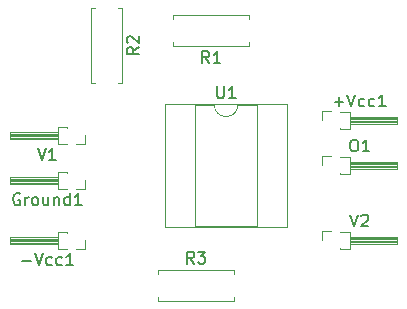
<source format=gbr>
G04 #@! TF.FileFunction,Legend,Top*
%FSLAX46Y46*%
G04 Gerber Fmt 4.6, Leading zero omitted, Abs format (unit mm)*
G04 Created by KiCad (PCBNEW 4.0.7) date 01/29/19 23:06:21*
%MOMM*%
%LPD*%
G01*
G04 APERTURE LIST*
%ADD10C,0.100000*%
%ADD11C,0.120000*%
%ADD12C,0.150000*%
G04 APERTURE END LIST*
D10*
D11*
X140460000Y-75505000D02*
X141260000Y-75505000D01*
X141260000Y-75505000D02*
X141260000Y-76895000D01*
X141260000Y-76895000D02*
X140460000Y-76895000D01*
X140460000Y-76895000D02*
X140460000Y-76819677D01*
X141260000Y-75940000D02*
X145260000Y-75940000D01*
X145260000Y-75940000D02*
X145260000Y-76460000D01*
X145260000Y-76460000D02*
X141260000Y-76460000D01*
X141260000Y-76000000D02*
X145260000Y-76000000D01*
X141260000Y-76120000D02*
X145260000Y-76120000D01*
X141260000Y-76240000D02*
X145260000Y-76240000D01*
X141260000Y-76360000D02*
X145260000Y-76360000D01*
X138940000Y-76200000D02*
X138940000Y-75440000D01*
X138940000Y-75440000D02*
X139700000Y-75440000D01*
X117350000Y-87055000D02*
X116550000Y-87055000D01*
X116550000Y-87055000D02*
X116550000Y-85665000D01*
X116550000Y-85665000D02*
X117350000Y-85665000D01*
X117350000Y-85665000D02*
X117350000Y-85740323D01*
X116550000Y-86620000D02*
X112550000Y-86620000D01*
X112550000Y-86620000D02*
X112550000Y-86100000D01*
X112550000Y-86100000D02*
X116550000Y-86100000D01*
X116550000Y-86560000D02*
X112550000Y-86560000D01*
X116550000Y-86440000D02*
X112550000Y-86440000D01*
X116550000Y-86320000D02*
X112550000Y-86320000D01*
X116550000Y-86200000D02*
X112550000Y-86200000D01*
X118870000Y-86360000D02*
X118870000Y-87120000D01*
X118870000Y-87120000D02*
X118110000Y-87120000D01*
X117350000Y-81975000D02*
X116550000Y-81975000D01*
X116550000Y-81975000D02*
X116550000Y-80585000D01*
X116550000Y-80585000D02*
X117350000Y-80585000D01*
X117350000Y-80585000D02*
X117350000Y-80660323D01*
X116550000Y-81540000D02*
X112550000Y-81540000D01*
X112550000Y-81540000D02*
X112550000Y-81020000D01*
X112550000Y-81020000D02*
X116550000Y-81020000D01*
X116550000Y-81480000D02*
X112550000Y-81480000D01*
X116550000Y-81360000D02*
X112550000Y-81360000D01*
X116550000Y-81240000D02*
X112550000Y-81240000D01*
X116550000Y-81120000D02*
X112550000Y-81120000D01*
X118870000Y-81280000D02*
X118870000Y-82040000D01*
X118870000Y-82040000D02*
X118110000Y-82040000D01*
X140460000Y-79315000D02*
X141260000Y-79315000D01*
X141260000Y-79315000D02*
X141260000Y-80705000D01*
X141260000Y-80705000D02*
X140460000Y-80705000D01*
X140460000Y-80705000D02*
X140460000Y-80629677D01*
X141260000Y-79750000D02*
X145260000Y-79750000D01*
X145260000Y-79750000D02*
X145260000Y-80270000D01*
X145260000Y-80270000D02*
X141260000Y-80270000D01*
X141260000Y-79810000D02*
X145260000Y-79810000D01*
X141260000Y-79930000D02*
X145260000Y-79930000D01*
X141260000Y-80050000D02*
X145260000Y-80050000D01*
X141260000Y-80170000D02*
X145260000Y-80170000D01*
X138940000Y-80010000D02*
X138940000Y-79250000D01*
X138940000Y-79250000D02*
X139700000Y-79250000D01*
X132750000Y-69560000D02*
X132750000Y-69890000D01*
X132750000Y-69890000D02*
X126330000Y-69890000D01*
X126330000Y-69890000D02*
X126330000Y-69560000D01*
X132750000Y-67600000D02*
X132750000Y-67270000D01*
X132750000Y-67270000D02*
X126330000Y-67270000D01*
X126330000Y-67270000D02*
X126330000Y-67600000D01*
X121630000Y-66640000D02*
X121960000Y-66640000D01*
X121960000Y-66640000D02*
X121960000Y-73060000D01*
X121960000Y-73060000D02*
X121630000Y-73060000D01*
X119670000Y-66640000D02*
X119340000Y-66640000D01*
X119340000Y-66640000D02*
X119340000Y-73060000D01*
X119340000Y-73060000D02*
X119670000Y-73060000D01*
X125060000Y-89190000D02*
X125060000Y-88860000D01*
X125060000Y-88860000D02*
X131480000Y-88860000D01*
X131480000Y-88860000D02*
X131480000Y-89190000D01*
X125060000Y-91150000D02*
X125060000Y-91480000D01*
X125060000Y-91480000D02*
X131480000Y-91480000D01*
X131480000Y-91480000D02*
X131480000Y-91150000D01*
X131810000Y-74870000D02*
G75*
G02X129810000Y-74870000I-1000000J0D01*
G01*
X129810000Y-74870000D02*
X128160000Y-74870000D01*
X128160000Y-74870000D02*
X128160000Y-85150000D01*
X128160000Y-85150000D02*
X133460000Y-85150000D01*
X133460000Y-85150000D02*
X133460000Y-74870000D01*
X133460000Y-74870000D02*
X131810000Y-74870000D01*
X125670000Y-74810000D02*
X125670000Y-85210000D01*
X125670000Y-85210000D02*
X135950000Y-85210000D01*
X135950000Y-85210000D02*
X135950000Y-74810000D01*
X135950000Y-74810000D02*
X125670000Y-74810000D01*
X117350000Y-78165000D02*
X116550000Y-78165000D01*
X116550000Y-78165000D02*
X116550000Y-76775000D01*
X116550000Y-76775000D02*
X117350000Y-76775000D01*
X117350000Y-76775000D02*
X117350000Y-76850323D01*
X116550000Y-77730000D02*
X112550000Y-77730000D01*
X112550000Y-77730000D02*
X112550000Y-77210000D01*
X112550000Y-77210000D02*
X116550000Y-77210000D01*
X116550000Y-77670000D02*
X112550000Y-77670000D01*
X116550000Y-77550000D02*
X112550000Y-77550000D01*
X116550000Y-77430000D02*
X112550000Y-77430000D01*
X116550000Y-77310000D02*
X112550000Y-77310000D01*
X118870000Y-77470000D02*
X118870000Y-78230000D01*
X118870000Y-78230000D02*
X118110000Y-78230000D01*
X140460000Y-85665000D02*
X141260000Y-85665000D01*
X141260000Y-85665000D02*
X141260000Y-87055000D01*
X141260000Y-87055000D02*
X140460000Y-87055000D01*
X140460000Y-87055000D02*
X140460000Y-86979677D01*
X141260000Y-86100000D02*
X145260000Y-86100000D01*
X145260000Y-86100000D02*
X145260000Y-86620000D01*
X145260000Y-86620000D02*
X141260000Y-86620000D01*
X141260000Y-86160000D02*
X145260000Y-86160000D01*
X141260000Y-86280000D02*
X145260000Y-86280000D01*
X141260000Y-86400000D02*
X145260000Y-86400000D01*
X141260000Y-86520000D02*
X145260000Y-86520000D01*
X138940000Y-86360000D02*
X138940000Y-85600000D01*
X138940000Y-85600000D02*
X139700000Y-85600000D01*
D12*
X139989643Y-74636429D02*
X140751548Y-74636429D01*
X140370596Y-75017381D02*
X140370596Y-74255476D01*
X141084881Y-74017381D02*
X141418214Y-75017381D01*
X141751548Y-74017381D01*
X142513453Y-74969762D02*
X142418215Y-75017381D01*
X142227738Y-75017381D01*
X142132500Y-74969762D01*
X142084881Y-74922143D01*
X142037262Y-74826905D01*
X142037262Y-74541190D01*
X142084881Y-74445952D01*
X142132500Y-74398333D01*
X142227738Y-74350714D01*
X142418215Y-74350714D01*
X142513453Y-74398333D01*
X143370596Y-74969762D02*
X143275358Y-75017381D01*
X143084881Y-75017381D01*
X142989643Y-74969762D01*
X142942024Y-74922143D01*
X142894405Y-74826905D01*
X142894405Y-74541190D01*
X142942024Y-74445952D01*
X142989643Y-74398333D01*
X143084881Y-74350714D01*
X143275358Y-74350714D01*
X143370596Y-74398333D01*
X144322977Y-75017381D02*
X143751548Y-75017381D01*
X144037262Y-75017381D02*
X144037262Y-74017381D01*
X143942024Y-74160238D01*
X143846786Y-74255476D01*
X143751548Y-74303095D01*
X113534643Y-88066429D02*
X114296548Y-88066429D01*
X114629881Y-87447381D02*
X114963214Y-88447381D01*
X115296548Y-87447381D01*
X116058453Y-88399762D02*
X115963215Y-88447381D01*
X115772738Y-88447381D01*
X115677500Y-88399762D01*
X115629881Y-88352143D01*
X115582262Y-88256905D01*
X115582262Y-87971190D01*
X115629881Y-87875952D01*
X115677500Y-87828333D01*
X115772738Y-87780714D01*
X115963215Y-87780714D01*
X116058453Y-87828333D01*
X116915596Y-88399762D02*
X116820358Y-88447381D01*
X116629881Y-88447381D01*
X116534643Y-88399762D01*
X116487024Y-88352143D01*
X116439405Y-88256905D01*
X116439405Y-87971190D01*
X116487024Y-87875952D01*
X116534643Y-87828333D01*
X116629881Y-87780714D01*
X116820358Y-87780714D01*
X116915596Y-87828333D01*
X117867977Y-88447381D02*
X117296548Y-88447381D01*
X117582262Y-88447381D02*
X117582262Y-87447381D01*
X117487024Y-87590238D01*
X117391786Y-87685476D01*
X117296548Y-87733095D01*
X113344167Y-82415000D02*
X113248929Y-82367381D01*
X113106072Y-82367381D01*
X112963214Y-82415000D01*
X112867976Y-82510238D01*
X112820357Y-82605476D01*
X112772738Y-82795952D01*
X112772738Y-82938810D01*
X112820357Y-83129286D01*
X112867976Y-83224524D01*
X112963214Y-83319762D01*
X113106072Y-83367381D01*
X113201310Y-83367381D01*
X113344167Y-83319762D01*
X113391786Y-83272143D01*
X113391786Y-82938810D01*
X113201310Y-82938810D01*
X113820357Y-83367381D02*
X113820357Y-82700714D01*
X113820357Y-82891190D02*
X113867976Y-82795952D01*
X113915595Y-82748333D01*
X114010833Y-82700714D01*
X114106072Y-82700714D01*
X114582262Y-83367381D02*
X114487024Y-83319762D01*
X114439405Y-83272143D01*
X114391786Y-83176905D01*
X114391786Y-82891190D01*
X114439405Y-82795952D01*
X114487024Y-82748333D01*
X114582262Y-82700714D01*
X114725120Y-82700714D01*
X114820358Y-82748333D01*
X114867977Y-82795952D01*
X114915596Y-82891190D01*
X114915596Y-83176905D01*
X114867977Y-83272143D01*
X114820358Y-83319762D01*
X114725120Y-83367381D01*
X114582262Y-83367381D01*
X115772739Y-82700714D02*
X115772739Y-83367381D01*
X115344167Y-82700714D02*
X115344167Y-83224524D01*
X115391786Y-83319762D01*
X115487024Y-83367381D01*
X115629882Y-83367381D01*
X115725120Y-83319762D01*
X115772739Y-83272143D01*
X116248929Y-82700714D02*
X116248929Y-83367381D01*
X116248929Y-82795952D02*
X116296548Y-82748333D01*
X116391786Y-82700714D01*
X116534644Y-82700714D01*
X116629882Y-82748333D01*
X116677501Y-82843571D01*
X116677501Y-83367381D01*
X117582263Y-83367381D02*
X117582263Y-82367381D01*
X117582263Y-83319762D02*
X117487025Y-83367381D01*
X117296548Y-83367381D01*
X117201310Y-83319762D01*
X117153691Y-83272143D01*
X117106072Y-83176905D01*
X117106072Y-82891190D01*
X117153691Y-82795952D01*
X117201310Y-82748333D01*
X117296548Y-82700714D01*
X117487025Y-82700714D01*
X117582263Y-82748333D01*
X118582263Y-83367381D02*
X118010834Y-83367381D01*
X118296548Y-83367381D02*
X118296548Y-82367381D01*
X118201310Y-82510238D01*
X118106072Y-82605476D01*
X118010834Y-82653095D01*
X141561071Y-77827381D02*
X141751548Y-77827381D01*
X141846786Y-77875000D01*
X141942024Y-77970238D01*
X141989643Y-78160714D01*
X141989643Y-78494048D01*
X141942024Y-78684524D01*
X141846786Y-78779762D01*
X141751548Y-78827381D01*
X141561071Y-78827381D01*
X141465833Y-78779762D01*
X141370595Y-78684524D01*
X141322976Y-78494048D01*
X141322976Y-78160714D01*
X141370595Y-77970238D01*
X141465833Y-77875000D01*
X141561071Y-77827381D01*
X142942024Y-78827381D02*
X142370595Y-78827381D01*
X142656309Y-78827381D02*
X142656309Y-77827381D01*
X142561071Y-77970238D01*
X142465833Y-78065476D01*
X142370595Y-78113095D01*
X129373334Y-71342381D02*
X129040000Y-70866190D01*
X128801905Y-71342381D02*
X128801905Y-70342381D01*
X129182858Y-70342381D01*
X129278096Y-70390000D01*
X129325715Y-70437619D01*
X129373334Y-70532857D01*
X129373334Y-70675714D01*
X129325715Y-70770952D01*
X129278096Y-70818571D01*
X129182858Y-70866190D01*
X128801905Y-70866190D01*
X130325715Y-71342381D02*
X129754286Y-71342381D01*
X130040000Y-71342381D02*
X130040000Y-70342381D01*
X129944762Y-70485238D01*
X129849524Y-70580476D01*
X129754286Y-70628095D01*
X123412381Y-70016666D02*
X122936190Y-70350000D01*
X123412381Y-70588095D02*
X122412381Y-70588095D01*
X122412381Y-70207142D01*
X122460000Y-70111904D01*
X122507619Y-70064285D01*
X122602857Y-70016666D01*
X122745714Y-70016666D01*
X122840952Y-70064285D01*
X122888571Y-70111904D01*
X122936190Y-70207142D01*
X122936190Y-70588095D01*
X122507619Y-69635714D02*
X122460000Y-69588095D01*
X122412381Y-69492857D01*
X122412381Y-69254761D01*
X122460000Y-69159523D01*
X122507619Y-69111904D01*
X122602857Y-69064285D01*
X122698095Y-69064285D01*
X122840952Y-69111904D01*
X123412381Y-69683333D01*
X123412381Y-69064285D01*
X128103334Y-88312381D02*
X127770000Y-87836190D01*
X127531905Y-88312381D02*
X127531905Y-87312381D01*
X127912858Y-87312381D01*
X128008096Y-87360000D01*
X128055715Y-87407619D01*
X128103334Y-87502857D01*
X128103334Y-87645714D01*
X128055715Y-87740952D01*
X128008096Y-87788571D01*
X127912858Y-87836190D01*
X127531905Y-87836190D01*
X128436667Y-87312381D02*
X129055715Y-87312381D01*
X128722381Y-87693333D01*
X128865239Y-87693333D01*
X128960477Y-87740952D01*
X129008096Y-87788571D01*
X129055715Y-87883810D01*
X129055715Y-88121905D01*
X129008096Y-88217143D01*
X128960477Y-88264762D01*
X128865239Y-88312381D01*
X128579524Y-88312381D01*
X128484286Y-88264762D01*
X128436667Y-88217143D01*
X130048095Y-73322381D02*
X130048095Y-74131905D01*
X130095714Y-74227143D01*
X130143333Y-74274762D01*
X130238571Y-74322381D01*
X130429048Y-74322381D01*
X130524286Y-74274762D01*
X130571905Y-74227143D01*
X130619524Y-74131905D01*
X130619524Y-73322381D01*
X131619524Y-74322381D02*
X131048095Y-74322381D01*
X131333809Y-74322381D02*
X131333809Y-73322381D01*
X131238571Y-73465238D01*
X131143333Y-73560476D01*
X131048095Y-73608095D01*
X114867976Y-78557381D02*
X115201309Y-79557381D01*
X115534643Y-78557381D01*
X116391786Y-79557381D02*
X115820357Y-79557381D01*
X116106071Y-79557381D02*
X116106071Y-78557381D01*
X116010833Y-78700238D01*
X115915595Y-78795476D01*
X115820357Y-78843095D01*
X141322976Y-84177381D02*
X141656309Y-85177381D01*
X141989643Y-84177381D01*
X142275357Y-84272619D02*
X142322976Y-84225000D01*
X142418214Y-84177381D01*
X142656310Y-84177381D01*
X142751548Y-84225000D01*
X142799167Y-84272619D01*
X142846786Y-84367857D01*
X142846786Y-84463095D01*
X142799167Y-84605952D01*
X142227738Y-85177381D01*
X142846786Y-85177381D01*
M02*

</source>
